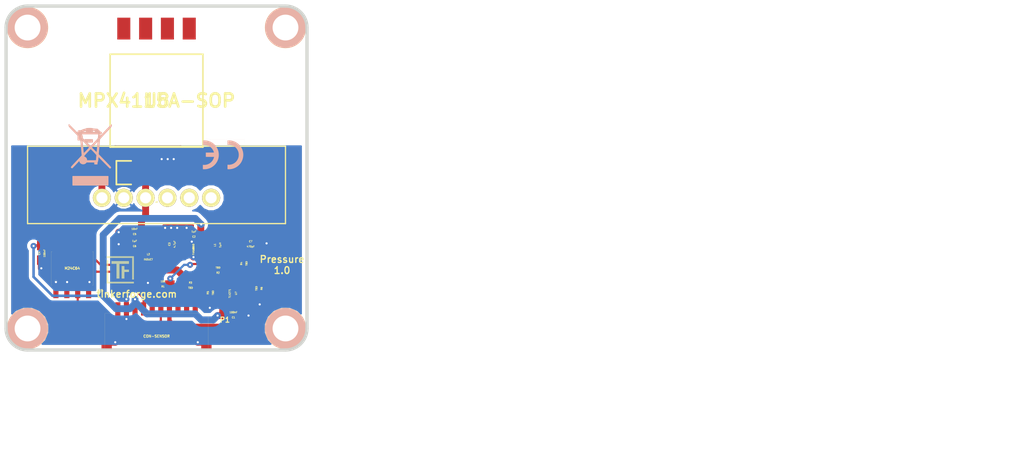
<source format=kicad_pcb>
(kicad_pcb (version 4) (host pcbnew "(2015-03-18 BZR 5525)-product")
  (title_block (title "RGB LED Bricklet") (date "Mi 18 Nov 2015") (rev 1.0) (company "Tinkerforge GmbH") (comment 1 "Licensed under CERN OHL v.1.1") (comment 2 "Copyright (©) 2015, B.Nordmeyer <bastian@tinkerforge.com>"))
  (layers (0 Vorderseite signal) (31 Rückseite signal hide) (34 B.Paste user) (35 F.Paste user) (36 B.SilkS user) (37 F.SilkS user) (38 B.Mask user) (39 F.Mask user) (44 Edge.Cuts user))
  (net 0 "")
  (net 1 GND)
  (net 2 SCL)
  (net 3 SDA)
  (net 4 "Net-(P1-Pad6)")
  (net 5 "Net-(P1-Pad7)")
  (net 6 3V3)
  (net 7 +5V)
  (net 8 "Net-(C5-Pad2)")
  (net 9 "Net-(C7-Pad2)")
  (net 10 "Net-(L1-Pad2)")
  (net 11 "Net-(P1-Pad8)")
  (net 12 "Net-(R2-Pad1)")
  (net 13 "Net-(R4-Pad2)")
  (module kicad-libraries:0603E (layer Vorderseite) (at 191 145.5)
    (fp_text reference C1 (at 0.05 0.225) (layer F.SilkS) (effects (font (size 0.2 0.2) (thickness 0.05))))
    (fp_text value 100nF (at 0.05 -0.375) (layer F.SilkS) (effects (font (size 0.2 0.2) (thickness 0.05))))
    (pad 1 smd rect (at -0.8501 0) (size 1.1 1) (layers Vorderseite F.Paste F.Mask) (net 6 3V3))
    (pad 2 smd rect (at 0.8501 0) (size 1.1 1) (layers Vorderseite F.Paste F.Mask) (net 1 GND))
  )
  (module kicad-libraries:0603E (layer Vorderseite) (at 186.4 136.1)
    (fp_text reference C2 (at 0.05 0.225) (layer F.SilkS) (effects (font (size 0.2 0.2) (thickness 0.05))))
    (fp_text value 1µF (at 0.05 -0.375) (layer F.SilkS) (effects (font (size 0.2 0.2) (thickness 0.05))))
    (pad 1 smd rect (at -0.8501 0) (size 1.1 1) (layers Vorderseite F.Paste F.Mask) (net 1 GND))
    (pad 2 smd rect (at 0.8501 0) (size 1.1 1) (layers Vorderseite F.Paste F.Mask) (net 6 3V3))
  )
  (module kicad-libraries:0603E (layer Vorderseite) (at 168.7 138.2 270)
    (fp_text reference C4 (at 0.05 0.225 270) (layer F.SilkS) (effects (font (size 0.2 0.2) (thickness 0.05))))
    (fp_text value 100nF (at 0.05 -0.375 270) (layer F.SilkS) (effects (font (size 0.2 0.2) (thickness 0.05))))
    (pad 1 smd rect (at -0.8501 0 270) (size 1.1 1) (layers Vorderseite F.Paste F.Mask) (net 6 3V3))
    (pad 2 smd rect (at 0.8501 0 270) (size 1.1 1) (layers Vorderseite F.Paste F.Mask) (net 1 GND))
  )
  (module kicad-libraries:CON-SENSOR (layer Vorderseite) (at 182.1 149.5)
    (fp_text reference P1 (at 7.9502 -3.50012) (layer F.SilkS) (effects (font (size 0.59944 0.59944) (thickness 0.12446))))
    (fp_text value CON-SENSOR (at 0 -1.6002) (layer F.SilkS) (effects (font (size 0.29972 0.29972) (thickness 0.07112))))
    (pad 1 smd rect (at -4.50088 -4.7752) (size 0.59944 1.5494) (layers Vorderseite F.Paste F.Mask))
    (pad 2 smd rect (at -3.50012 -4.7752) (size 0.59944 1.5494) (layers Vorderseite F.Paste F.Mask) (net 1 GND))
    (pad 3 smd rect (at -2.49936 -4.7752) (size 0.59944 1.5494) (layers Vorderseite F.Paste F.Mask) (net 6 3V3))
    (pad 4 smd rect (at -1.50114 -4.7752) (size 0.59944 1.5494) (layers Vorderseite F.Paste F.Mask) (net 2 SCL))
    (pad 5 smd rect (at -0.50038 -4.7752) (size 0.59944 1.5494) (layers Vorderseite F.Paste F.Mask) (net 3 SDA))
    (pad 6 smd rect (at 0.50038 -4.7752) (size 0.59944 1.5494) (layers Vorderseite F.Paste F.Mask) (net 4 "Net-(P1-Pad6)"))
    (pad 7 smd rect (at 1.50114 -4.7752) (size 0.59944 1.5494) (layers Vorderseite F.Paste F.Mask) (net 5 "Net-(P1-Pad7)"))
    (pad 8 smd rect (at 2.49936 -4.7752) (size 0.59944 1.5494) (layers Vorderseite F.Paste F.Mask) (net 11 "Net-(P1-Pad8)"))
    (pad 9 smd rect (at 3.50012 -4.7752) (size 0.59944 1.5494) (layers Vorderseite F.Paste F.Mask))
    (pad 10 smd rect (at 4.50088 -4.7752) (size 0.59944 1.5494) (layers Vorderseite F.Paste F.Mask))
    (pad EP smd rect (at -5.79882 -0.89916) (size 1.19888 1.80086) (layers Vorderseite F.Paste F.Mask) (net 1 GND))
    (pad EP smd rect (at 5.79882 -0.89916) (size 1.19888 1.80086) (layers Vorderseite F.Paste F.Mask) (net 1 GND))
  )
  (module kicad-libraries:0603E (layer Vorderseite) (at 182.8 141.9)
    (fp_text reference R1 (at 0.05 0.225) (layer F.SilkS) (effects (font (size 0.2 0.2) (thickness 0.05))))
    (fp_text value 10k (at 0.05 -0.375) (layer F.SilkS) (effects (font (size 0.2 0.2) (thickness 0.05))))
    (pad 1 smd rect (at -0.8501 0) (size 1.1 1) (layers Vorderseite F.Paste F.Mask) (net 1 GND))
    (pad 2 smd rect (at 0.8501 0) (size 1.1 1) (layers Vorderseite F.Paste F.Mask) (net 11 "Net-(P1-Pad8)"))
  )
  (module kicad-libraries:0603E (layer Vorderseite) (at 189.2 140.3)
    (fp_text reference R2 (at 0.05 0.225) (layer F.SilkS) (effects (font (size 0.2 0.2) (thickness 0.05))))
    (fp_text value TBD (at 0.05 -0.375) (layer F.SilkS) (effects (font (size 0.2 0.2) (thickness 0.05))))
    (pad 1 smd rect (at -0.8501 0) (size 1.1 1) (layers Vorderseite F.Paste F.Mask) (net 12 "Net-(R2-Pad1)"))
    (pad 2 smd rect (at 0.8501 0) (size 1.1 1) (layers Vorderseite F.Paste F.Mask) (net 5 "Net-(P1-Pad7)"))
  )
  (module kicad-libraries:SOIC8 (layer Vorderseite) (at 172.3 140)
    (fp_text reference U1 (at 3.29946 2.60096) (layer F.SilkS) (effects (font (size 0.29972 0.29972) (thickness 0.0762))))
    (fp_text value M24C64 (at 0 0) (layer F.SilkS) (effects (font (size 0.29972 0.29972) (thickness 0.0762))))
    (pad 1 smd rect (at -1.90246 2.69748 180) (size 0.59944 1.5494) (layers Vorderseite F.Paste F.Mask) (net 1 GND))
    (pad 2 smd rect (at -0.63246 2.69748 180) (size 0.59944 1.5494) (layers Vorderseite F.Paste F.Mask) (net 1 GND))
    (pad 3 smd rect (at 0.63246 2.69748 180) (size 0.59944 1.5494) (layers Vorderseite F.Paste F.Mask) (net 4 "Net-(P1-Pad6)"))
    (pad 4 smd rect (at 1.90246 2.69748 180) (size 0.59944 1.5494) (layers Vorderseite F.Paste F.Mask) (net 1 GND))
    (pad 5 smd rect (at 1.90246 -2.69748) (size 0.59944 1.5494) (layers Vorderseite F.Paste F.Mask) (net 3 SDA))
    (pad 6 smd rect (at 0.63246 -2.69748) (size 0.59944 1.5494) (layers Vorderseite F.Paste F.Mask) (net 2 SCL))
    (pad 7 smd rect (at -0.63246 -2.69748) (size 0.59944 1.5494) (layers Vorderseite F.Paste F.Mask))
    (pad 8 smd rect (at -1.90246 -2.69748) (size 0.59944 1.5494) (layers Vorderseite F.Paste F.Mask) (net 6 3V3))
  )
  (module kicad-libraries:DRILL_NP (layer Vorderseite) (at 167.1 112 270)
    (fp_text reference U2 hide)
    (fp_text value DRILL hide)
    (pad "" np_thru_hole circle (at 0 0 270) (size 2.99974 2.99974) (drill 2.99974) (layers *.Cu *.Mask F.SilkS) (clearance 0.89916))
  )
  (module kicad-libraries:DRILL_NP (layer Vorderseite) (at 197.1 147 90)
    (fp_text reference U3 hide)
    (fp_text value DRILL hide)
    (pad "" np_thru_hole circle (at 0 0 90) (size 2.99974 2.99974) (drill 2.99974) (layers *.Cu *.Mask F.SilkS) (clearance 0.89916))
  )
  (module kicad-libraries:DRILL_NP (layer Vorderseite) (at 167.1 147 90)
    (fp_text reference U4 hide)
    (fp_text value DRILL hide)
    (pad "" np_thru_hole circle (at 0 0 90) (size 2.99974 2.99974) (drill 2.99974) (layers *.Cu *.Mask F.SilkS) (clearance 0.89916))
  )
  (module kicad-libraries:DRILL_NP (layer Vorderseite) (at 197.1 112)
    (fp_text reference U5 hide)
    (fp_text value DRILL hide)
    (pad "" np_thru_hole circle (at 0 0) (size 2.99974 2.99974) (drill 2.99974) (layers *.Cu *.Mask F.SilkS) (clearance 0.89916))
  )
  (module kicad-libraries:0603E (layer Vorderseite) (at 186.1 141.9 180)
    (fp_text reference R3 (at 0.05 0.225 180) (layer F.SilkS) (effects (font (size 0.2 0.2) (thickness 0.05))))
    (fp_text value TBD (at 0.05 -0.375 180) (layer F.SilkS) (effects (font (size 0.2 0.2) (thickness 0.05))))
    (pad 1 smd rect (at -0.8501 0 180) (size 1.1 1) (layers Vorderseite F.Paste F.Mask) (net 12 "Net-(R2-Pad1)"))
    (pad 2 smd rect (at 0.8501 0 180) (size 1.1 1) (layers Vorderseite F.Paste F.Mask) (net 7 +5V))
  )
  (module kicad-libraries:Logo_31x31 (layer Vorderseite) (at 176.3 138.6)
    (fp_text reference G*** hide)
    (fp_text value Logo_31x31 hide)
  )
  (module kicad-libraries:WEEE_7mm (layer Rückseite) (at 174.4 126.8 180)
    (fp_text reference G*** hide)
    (fp_text value LOGO hide)
  )
  (module kicad-libraries:CE_5mm (layer Rückseite) (at 189.8 126.8 180)
    (fp_text reference VAL hide)
    (fp_text value CE_5mm hide)
  )
  (module kicad-libraries:0805E (layer Vorderseite) (at 183.8 137.2 270)
    (fp_text reference C3 (at 0 0.2 270) (layer F.SilkS) (effects (font (size 0.2 0.2) (thickness 0.05))))
    (fp_text value 4.7µF (at 0 -0.4 270) (layer F.SilkS) (effects (font (size 0.2 0.2) (thickness 0.05))))
    (pad 1 smd rect (at -0.95 0 270) (size 1.3 1.5) (layers Vorderseite F.Paste F.Mask) (net 1 GND))
    (pad 2 smd rect (at 0.95 0 270) (size 1.3 1.5) (layers Vorderseite F.Paste F.Mask) (net 7 +5V))
  )
  (module kicad-libraries:0603E (layer Vorderseite) (at 179.5 135.8)
    (fp_text reference C5 (at 0.05 0.225) (layer F.SilkS) (effects (font (size 0.2 0.2) (thickness 0.05))))
    (fp_text value 10nF (at 0.05 -0.375) (layer F.SilkS) (effects (font (size 0.2 0.2) (thickness 0.05))))
    (pad 1 smd rect (at -0.8501 0) (size 1.1 1) (layers Vorderseite F.Paste F.Mask) (net 1 GND))
    (pad 2 smd rect (at 0.8501 0) (size 1.1 1) (layers Vorderseite F.Paste F.Mask) (net 8 "Net-(C5-Pad2)"))
  )
  (module kicad-libraries:0603E (layer Vorderseite) (at 179.5 137.2)
    (fp_text reference C6 (at 0.05 0.225) (layer F.SilkS) (effects (font (size 0.2 0.2) (thickness 0.05))))
    (fp_text value 1µF (at 0.05 -0.375) (layer F.SilkS) (effects (font (size 0.2 0.2) (thickness 0.05))))
    (pad 1 smd rect (at -0.8501 0) (size 1.1 1) (layers Vorderseite F.Paste F.Mask) (net 1 GND))
    (pad 2 smd rect (at 0.8501 0) (size 1.1 1) (layers Vorderseite F.Paste F.Mask) (net 8 "Net-(C5-Pad2)"))
  )
  (module kicad-libraries:0603E (layer Vorderseite) (at 193.1 137.1 180)
    (fp_text reference C7 (at 0.05 0.225 180) (layer F.SilkS) (effects (font (size 0.2 0.2) (thickness 0.05))))
    (fp_text value 470pF (at 0.05 -0.375 180) (layer F.SilkS) (effects (font (size 0.2 0.2) (thickness 0.05))))
    (pad 1 smd rect (at -0.8501 0 180) (size 1.1 1) (layers Vorderseite F.Paste F.Mask) (net 1 GND))
    (pad 2 smd rect (at 0.8501 0 180) (size 1.1 1) (layers Vorderseite F.Paste F.Mask) (net 9 "Net-(C7-Pad2)"))
  )
  (module kicad-libraries:0805E (layer Vorderseite) (at 189.1 137.3 270)
    (fp_text reference L1 (at 0 0.2 270) (layer F.SilkS) (effects (font (size 0.2 0.2) (thickness 0.05))))
    (fp_text value 1µH (at 0 -0.4 270) (layer F.SilkS) (effects (font (size 0.2 0.2) (thickness 0.05))))
    (pad 1 smd rect (at -0.95 0 270) (size 1.3 1.5) (layers Vorderseite F.Paste F.Mask) (net 6 3V3) (clearance 0.14986))
    (pad 2 smd rect (at 0.95 0 270) (size 1.3 1.5) (layers Vorderseite F.Paste F.Mask) (net 10 "Net-(L1-Pad2)") (clearance 0.14986))
  )
  (module kicad-libraries:0603E (layer Vorderseite) (at 181.2 138.6 180)
    (fp_text reference L2 (at 0.05 0.225 180) (layer F.SilkS) (effects (font (size 0.2 0.2) (thickness 0.05))))
    (fp_text value INDUCT (at 0.05 -0.375 180) (layer F.SilkS) (effects (font (size 0.2 0.2) (thickness 0.05))))
    (pad 1 smd rect (at -0.8501 0 180) (size 1.1 1) (layers Vorderseite F.Paste F.Mask) (net 7 +5V))
    (pad 2 smd rect (at 0.8501 0 180) (size 1.1 1) (layers Vorderseite F.Paste F.Mask) (net 8 "Net-(C5-Pad2)"))
  )
  (module kicad-libraries:0603E (layer Vorderseite) (at 192.2 139.4 270)
    (fp_text reference R4 (at 0.05 0.225 270) (layer F.SilkS) (effects (font (size 0.2 0.2) (thickness 0.05))))
    (fp_text value TBD (at 0.05 -0.375 270) (layer F.SilkS) (effects (font (size 0.2 0.2) (thickness 0.05))))
    (pad 1 smd rect (at -0.8501 0 270) (size 1.1 1) (layers Vorderseite F.Paste F.Mask) (net 9 "Net-(C7-Pad2)"))
    (pad 2 smd rect (at 0.8501 0 270) (size 1.1 1) (layers Vorderseite F.Paste F.Mask) (net 13 "Net-(R4-Pad2)"))
  )
  (module kicad-libraries:0603E (layer Vorderseite) (at 188.3 142.8 270)
    (fp_text reference R5 (at 0.05 0.225 270) (layer F.SilkS) (effects (font (size 0.2 0.2) (thickness 0.05))))
    (fp_text value TBD (at 0.05 -0.375 270) (layer F.SilkS) (effects (font (size 0.2 0.2) (thickness 0.05))))
    (pad 1 smd rect (at -0.8501 0 270) (size 1.1 1) (layers Vorderseite F.Paste F.Mask) (net 12 "Net-(R2-Pad1)"))
    (pad 2 smd rect (at 0.8501 0 270) (size 1.1 1) (layers Vorderseite F.Paste F.Mask) (net 1 GND))
  )
  (module kicad-libraries:0603E (layer Vorderseite) (at 194.1 142.4 90)
    (fp_text reference R6 (at 0.05 0.225 90) (layer F.SilkS) (effects (font (size 0.2 0.2) (thickness 0.05))))
    (fp_text value TBD (at 0.05 -0.375 90) (layer F.SilkS) (effects (font (size 0.2 0.2) (thickness 0.05))))
    (pad 1 smd rect (at -0.8501 0 90) (size 1.1 1) (layers Vorderseite F.Paste F.Mask) (net 1 GND))
    (pad 2 smd rect (at 0.8501 0 90) (size 1.1 1) (layers Vorderseite F.Paste F.Mask) (net 13 "Net-(R4-Pad2)"))
  )
  (module kicad-libraries:UMLP_22 (layer Vorderseite) (at 186.4 137.8 90)
    (fp_text reference U6 (at 0 0 90) (layer F.SilkS) (effects (font (size 0.2 0.2) (thickness 0.05))))
    (fp_text value FAN4860 (at 0 0 90) (layer F.SilkS) (effects (font (size 0.2 0.2) (thickness 0.05))))
    (pad 3 smd rect (at -0.65 -1.05 90) (size 0.25 0.8) (layers Vorderseite F.Paste F.Mask) (net 7 +5V))
    (pad 2 smd rect (at 0 -1.05 90) (size 0.25 0.8) (layers Vorderseite F.Paste F.Mask) (net 7 +5V))
    (pad 1 smd rect (at 0.65 -1.05 90) (size 0.25 0.8) (layers Vorderseite F.Paste F.Mask) (net 1 GND))
    (pad 4 smd rect (at -0.65 1.05 90) (size 0.25 0.8) (layers Vorderseite F.Paste F.Mask) (net 11 "Net-(P1-Pad8)"))
    (pad 5 smd rect (at 0 1.05 90) (size 0.25 0.8) (layers Vorderseite F.Paste F.Mask) (net 10 "Net-(L1-Pad2)"))
    (pad 6 smd rect (at 0.65 1.05 90) (size 0.25 0.8) (layers Vorderseite F.Paste F.Mask) (net 6 3V3))
    (pad EP smd rect (at 0 0 90) (size 1.45 0.8) (layers Vorderseite F.Paste F.Mask) (net 1 GND))
  )
  (module kicad-libraries:SOT23-5 (layer Vorderseite) (at 191 142.9 90)
    (fp_text reference U7 (at 0 0.35052 90) (layer F.SilkS) (effects (font (size 0.2 0.2) (thickness 0.05))))
    (fp_text value TLV271 (at -0.03 -0.38 90) (layer F.SilkS) (effects (font (size 0.2 0.2) (thickness 0.05))))
    (pad 1 smd rect (at -0.94996 1.19888 90) (size 0.50038 0.8001) (layers Vorderseite F.Paste F.Mask) (net 5 "Net-(P1-Pad7)"))
    (pad 2 smd rect (at 0 1.19888 90) (size 0.50038 0.8001) (layers Vorderseite F.Paste F.Mask) (net 1 GND))
    (pad 3 smd rect (at 0.94996 1.19888 90) (size 0.50038 0.8001) (layers Vorderseite F.Paste F.Mask) (net 13 "Net-(R4-Pad2)"))
    (pad 5 smd rect (at -0.94996 -1.19888 90) (size 0.50038 0.8001) (layers Vorderseite F.Paste F.Mask) (net 6 3V3))
    (pad 4 smd rect (at 0.94996 -1.19888 90) (size 0.50038 0.8001) (layers Vorderseite F.Paste F.Mask) (net 12 "Net-(R2-Pad1)"))
  )
  (module kicad-libraries:SOP8 (layer Vorderseite) (at 182.1 120.5)
    (fp_text reference U8 (at 0 0) (layer F.SilkS) (effects (font (thickness 0.3048))))
    (fp_text value MPX4115A-SOP (at 0 0) (layer F.SilkS) (effects (font (thickness 0.3048))))
    (pad 1 smd rect (at -3.80746 8.37946 180) (size 1.51892 2.53746) (layers Vorderseite F.Paste F.Mask))
    (pad 2 smd rect (at -1.26746 8.37946 180) (size 1.51892 2.53746) (layers Vorderseite F.Paste F.Mask) (net 8 "Net-(C5-Pad2)"))
    (pad 3 smd rect (at 1.26746 8.37946 180) (size 1.51892 2.53746) (layers Vorderseite F.Paste F.Mask) (net 1 GND))
    (pad 4 smd rect (at 3.80746 8.37946 180) (size 1.51892 2.53746) (layers Vorderseite F.Paste F.Mask) (net 9 "Net-(C7-Pad2)"))
    (pad 5 smd rect (at 3.80746 -8.37946) (size 1.51892 2.53746) (layers Vorderseite F.Paste F.Mask))
    (pad 6 smd rect (at 1.26746 -8.37946) (size 1.51892 2.53746) (layers Vorderseite F.Paste F.Mask))
    (pad 7 smd rect (at -1.26746 -8.37946) (size 1.51892 2.53746) (layers Vorderseite F.Paste F.Mask))
    (pad 8 smd rect (at -3.80746 -8.37946) (size 1.51892 2.53746) (layers Vorderseite F.Paste F.Mask))
  )
  (module kicad-libraries:MPX_UNI (layer Vorderseite) (at 182.1 131.8)
    (fp_text reference U9 (at 0 0.5) (layer F.SilkS) (effects (font (size 0.15 0.15) (thickness 0.0375))))
    (fp_text value MPX_UNI)
    (pad 1 thru_hole circle (at -6.35 0) (size 2.1 2.1) (drill 1.3) (layers *.Cu *.Mask F.SilkS) (net 9 "Net-(C7-Pad2)"))
    (pad 2 thru_hole circle (at -3.81 0) (size 2.1 2.1) (drill 1.3) (layers *.Cu *.Mask F.SilkS) (net 1 GND))
    (pad 3 thru_hole circle (at -1.27 0) (size 2.1 2.1) (drill 1.3) (layers *.Cu *.Mask F.SilkS) (net 8 "Net-(C5-Pad2)"))
    (pad 4 thru_hole circle (at 1.27 0) (size 2.1 2.1) (drill 1.3) (layers *.Cu *.Mask F.SilkS))
    (pad 5 thru_hole circle (at 3.81 0) (size 2.1 2.1) (drill 1.3) (layers *.Cu *.Mask F.SilkS))
    (pad 6 thru_hole circle (at 6.35 0) (size 2.1 2.1) (drill 1.3) (layers *.Cu *.Mask F.SilkS))
  )
  (gr_line (start 167.1 149.5) (end 197.1 149.5) (angle 90) (layer Edge.Cuts) (width 0.381))
  (gr_line (start 164.6 112) (end 164.6 147) (angle 90) (layer Edge.Cuts) (width 0.381))
  (gr_line (start 197.1 109.5) (end 167.1 109.5) (angle 90) (layer Edge.Cuts) (width 0.381))
  (gr_line (start 199.6 147) (end 199.6 112) (angle 90) (layer Edge.Cuts) (width 0.381))
  (gr_arc (start 197.1 147) (end 199.6 147) (angle 90) (layer Edge.Cuts) (width 0.381))
  (gr_arc (start 167.1 147) (end 167.1 149.5) (angle 90) (layer Edge.Cuts) (width 0.381))
  (gr_arc (start 197.1 112) (end 197.1 109.5) (angle 90) (layer Edge.Cuts) (width 0.381))
  (gr_arc (start 167.1 112) (end 164.6 112) (angle 90) (layer Edge.Cuts) (width 0.381))
  (gr_text tinkerforge.com (at 179.8 143) (layer F.SilkS) (effects (font (size 0.8001 0.8001) (thickness 0.14986))))
  (gr_text "Pressure\n1.0" (at 196.7 139.6) (layer F.SilkS) (effects (font (size 0.8001 0.8001) (thickness 0.14986))))
  (segment (start 187.89882 148.60084) (end 186.90084 148.60084) (width 0.8001) (layer Vorderseite) (net 1))
  (via (at 186.9 148.6) (size 0.70104) (layers Vorderseite Rückseite) (net 1))
  (segment (start 186.90084 148.60084) (end 186.9 148.6) (width 0.8001) (layer Vorderseite) (net 1))
  (segment (start 176.30118 148.60084) (end 177.29916 148.60084) (width 0.8001) (layer Vorderseite) (net 1))
  (via (at 177.3 148.6) (size 0.70104) (layers Vorderseite Rückseite) (net 1))
  (segment (start 177.29916 148.60084) (end 177.3 148.6) (width 0.8001) (layer Vorderseite) (net 1))
  (segment (start 186.4 137.8) (end 186.4 137.1) (width 0.8001) (layer Vorderseite) (net 1))
  (segment (start 186.4 137.1) (end 186.2 136.9) (width 0.8001) (layer Vorderseite) (net 1))
  (via (at 186.2 136.9) (size 0.70104) (layers Vorderseite Rückseite) (net 1))
  (segment (start 186.4 137.8) (end 186.4 138.7) (width 0.8001) (layer Vorderseite) (net 1))
  (via (at 186.4 138.7) (size 0.70104) (layers Vorderseite Rückseite) (net 1))
  (segment (start 185.5499 136.1) (end 185.5499 135.3501) (width 0.8001) (layer Vorderseite) (net 1))
  (via (at 185.6 135.3) (size 0.70104) (layers Vorderseite Rückseite) (net 1))
  (segment (start 185.5499 135.3501) (end 185.6 135.3) (width 0.8001) (layer Vorderseite) (net 1))
  (segment (start 183.8 135.3) (end 183.1 135.3) (width 0.8001) (layer Vorderseite) (net 1))
  (via (at 183.8 135.3) (size 0.70104) (layers Vorderseite Rückseite) (net 1))
  (via (at 183.1 135.3) (size 0.70104) (layers Vorderseite Rückseite) (net 1))
  (segment (start 183.1 135.3) (end 183.8 136) (width 0.8001) (layer Vorderseite) (net 1))
  (segment (start 183.8 136.25) (end 183.8 136) (width 0.8001) (layer Vorderseite) (net 1))
  (segment (start 184.5 135.3) (end 183.8 135.3) (width 0.8001) (layer Vorderseite) (net 1))
  (segment (start 183.8 135.3) (end 183.8 136.25) (width 0.8001) (layer Vorderseite) (net 1))
  (via (at 184.5 135.3) (size 0.70104) (layers Vorderseite Rückseite) (net 1))
  (segment (start 181.9499 141.9) (end 181.3 141.9) (width 0.8001) (layer Vorderseite) (net 1))
  (via (at 181.1 141.7) (size 0.70104) (layers Vorderseite Rückseite) (net 1))
  (segment (start 181.3 141.9) (end 181.1 141.7) (width 0.8001) (layer Vorderseite) (net 1))
  (segment (start 168.7 139.0501) (end 168.7 140) (width 0.8001) (layer Vorderseite) (net 1))
  (via (at 168.7 140) (size 0.70104) (layers Vorderseite Rückseite) (net 1))
  (segment (start 174.20246 142.69748) (end 174.20246 141.69754) (width 0.5) (layer Vorderseite) (net 1))
  (via (at 174.3 141.6) (size 0.70104) (layers Vorderseite Rückseite) (net 1))
  (segment (start 174.20246 141.69754) (end 174.3 141.6) (width 0.5) (layer Vorderseite) (net 1))
  (segment (start 171.66754 142.69748) (end 171.66754 141.63246) (width 0.5) (layer Vorderseite) (net 1))
  (via (at 171.7 141.6) (size 0.70104) (layers Vorderseite Rückseite) (net 1))
  (segment (start 171.66754 141.63246) (end 171.7 141.6) (width 0.5) (layer Vorderseite) (net 1))
  (segment (start 170.39754 142.69748) (end 170.39754 141.60246) (width 0.5) (layer Vorderseite) (net 1))
  (via (at 170.4 141.6) (size 0.70104) (layers Vorderseite Rückseite) (net 1))
  (segment (start 170.39754 141.60246) (end 170.4 141.6) (width 0.5) (layer Vorderseite) (net 1))
  (segment (start 178.59988 144.7248) (end 178.59988 143.60012) (width 0.5) (layer Vorderseite) (net 1))
  (via (at 178.6 143.6) (size 0.70104) (layers Vorderseite Rückseite) (net 1))
  (segment (start 178.59988 143.60012) (end 178.6 143.6) (width 0.5) (layer Vorderseite) (net 1))
  (segment (start 178.59988 144.7248) (end 178.59988 145.89988) (width 0.5) (layer Vorderseite) (net 1))
  (via (at 178.6 145.9) (size 0.70104) (layers Vorderseite Rückseite) (net 1))
  (segment (start 178.59988 145.89988) (end 178.6 145.9) (width 0.5) (layer Vorderseite) (net 1))
  (segment (start 193.2 142.9) (end 193 142.9) (width 0.8001) (layer Vorderseite) (net 1))
  (segment (start 178.6499 137.2) (end 177.7 137.2) (width 0.8001) (layer Vorderseite) (net 1))
  (via (at 177.7 137.2) (size 0.70104) (layers Vorderseite Rückseite) (net 1))
  (segment (start 178.6499 135.8) (end 177.7 135.8) (width 0.8001) (layer Vorderseite) (net 1))
  (via (at 177.7 135.8) (size 0.70104) (layers Vorderseite Rückseite) (net 1))
  (segment (start 183.4 127.3) (end 182.7 127.3) (width 0.8001) (layer Vorderseite) (net 1))
  (via (at 183.4 127.3) (size 0.70104) (layers Vorderseite Rückseite) (net 1))
  (via (at 182.7 127.3) (size 0.70104) (layers Vorderseite Rückseite) (net 1))
  (segment (start 184.1 127.3) (end 183.4 127.3) (width 0.8001) (layer Vorderseite) (net 1))
  (segment (start 183.36746 127.33254) (end 183.4 127.3) (width 0.8001) (layer Vorderseite) (net 1))
  (segment (start 183.36746 127.33254) (end 183.36746 128.87946) (width 0.8001) (layer Vorderseite) (net 1))
  (via (at 184.1 127.3) (size 0.70104) (layers Vorderseite Rückseite) (net 1))
  (segment (start 193.9501 137.1) (end 194.9 137.1) (width 0.8001) (layer Vorderseite) (net 1))
  (via (at 194.9 137.1) (size 0.70104) (layers Vorderseite Rückseite) (net 1))
  (segment (start 194.1 143.2501) (end 194.1 144.2) (width 0.8001) (layer Vorderseite) (net 1))
  (via (at 194.1 144.2) (size 0.70104) (layers Vorderseite Rückseite) (net 1))
  (segment (start 191.8501 145.5) (end 192.8 145.5) (width 0.8001) (layer Vorderseite) (net 1))
  (via (at 192.8 145.5) (size 0.70104) (layers Vorderseite Rückseite) (net 1))
  (segment (start 188.3 143.6501) (end 188.3 144.6) (width 0.8001) (layer Vorderseite) (net 1))
  (via (at 188.3 144.6) (size 0.70104) (layers Vorderseite Rückseite) (net 1))
  (segment (start 193.2 142.9) (end 193.7499 142.9) (width 0.8001) (layer Vorderseite) (net 1))
  (segment (start 193.7499 142.9) (end 194.1 143.2501) (width 0.8001) (layer Vorderseite) (net 1))
  (segment (start 192.19888 142.9) (end 193 142.9) (width 0.5) (layer Vorderseite) (net 1))
  (segment (start 193 142.9) (end 193.3 142.9) (width 0.5) (layer Vorderseite) (net 1))
  (segment (start 192.19888 142.9) (end 192.8 142.9) (width 0.45) (layer Vorderseite) (net 1))
  (segment (start 180.59886 144.7248) (end 180.59886 143.49886) (width 0.25) (layer Vorderseite) (net 2))
  (segment (start 172.93246 138.23246) (end 172.93246 137.30252) (width 0.25) (layer Vorderseite) (net 2))
  (segment (start 175.1 140.4) (end 172.93246 138.23246) (width 0.25) (layer Vorderseite) (net 2))
  (segment (start 177.5 140.4) (end 175.1 140.4) (width 0.25) (layer Vorderseite) (net 2))
  (segment (start 180.59886 143.49886) (end 177.5 140.4) (width 0.25) (layer Vorderseite) (net 2))
  (segment (start 174.20246 137.30252) (end 174.20246 138.20246) (width 0.25) (layer Vorderseite) (net 3))
  (segment (start 181.59962 143.39962) (end 181.59962 144.7248) (width 0.25) (layer Vorderseite) (net 3))
  (segment (start 177.8 139.6) (end 181.59962 143.39962) (width 0.25) (layer Vorderseite) (net 3))
  (segment (start 175.6 139.6) (end 177.8 139.6) (width 0.25) (layer Vorderseite) (net 3))
  (segment (start 174.20246 138.20246) (end 175.6 139.6) (width 0.25) (layer Vorderseite) (net 3))
  (segment (start 182.60038 144.7248) (end 182.60038 146.09962) (width 0.25) (layer Vorderseite) (net 4))
  (segment (start 172.93246 144.43246) (end 172.93246 142.69748) (width 0.25) (layer Vorderseite) (net 4))
  (segment (start 175.2 146.7) (end 172.93246 144.43246) (width 0.25) (layer Vorderseite) (net 4))
  (segment (start 182 146.7) (end 175.2 146.7) (width 0.25) (layer Vorderseite) (net 4))
  (segment (start 182.60038 146.09962) (end 182 146.7) (width 0.25) (layer Vorderseite) (net 4))
  (segment (start 183.60114 144.7248) (end 183.60114 146.10114) (width 0.5) (layer Vorderseite) (net 5))
  (segment (start 192.64996 143.84996) (end 192.19888 143.84996) (width 0.5) (layer Vorderseite) (net 5))
  (segment (start 193 144.2) (end 192.64996 143.84996) (width 0.5) (layer Vorderseite) (net 5))
  (segment (start 193 144.4) (end 193 144.2) (width 0.5) (layer Vorderseite) (net 5))
  (segment (start 193.9 145.3) (end 193 144.4) (width 0.5) (layer Vorderseite) (net 5))
  (segment (start 193.9 146.1) (end 193.9 145.3) (width 0.5) (layer Vorderseite) (net 5))
  (segment (start 193.3 146.7) (end 193.9 146.1) (width 0.5) (layer Vorderseite) (net 5))
  (segment (start 184.2 146.7) (end 193.3 146.7) (width 0.5) (layer Vorderseite) (net 5))
  (segment (start 183.60114 146.10114) (end 184.2 146.7) (width 0.5) (layer Vorderseite) (net 5))
  (segment (start 192.19888 143.84996) (end 191.54996 143.84996) (width 0.45) (layer Vorderseite) (net 5))
  (segment (start 190.7 140.3) (end 191 140.6) (width 0.8001) (layer Vorderseite) (net 5))
  (segment (start 191 140.6) (end 191 143.3) (width 0.8001) (layer Vorderseite) (net 5))
  (segment (start 191 143.3) (end 191.5 143.8) (width 0.8001) (layer Vorderseite) (net 5))
  (segment (start 190.7 140.3) (end 190.0501 140.3) (width 0.8001) (layer Vorderseite) (net 5))
  (segment (start 191.54996 143.84996) (end 191.5 143.8) (width 0.45) (layer Vorderseite) (net 5))
  (segment (start 179.6 143.9) (end 181 145.3) (width 0.8001) (layer Rückseite) (net 6))
  (via (at 189.2 145.5) (size 0.70104) (layers Vorderseite Rückseite) (net 6))
  (segment (start 189.2 145.5) (end 190.1499 145.5) (width 0.8001) (layer Vorderseite) (net 6))
  (segment (start 188.7 146) (end 189.2 145.5) (width 0.8001) (layer Rückseite) (net 6))
  (segment (start 187.3 146) (end 188.7 146) (width 0.8001) (layer Rückseite) (net 6))
  (segment (start 186.6 145.3) (end 187.3 146) (width 0.8001) (layer Rückseite) (net 6))
  (segment (start 181 145.3) (end 186.6 145.3) (width 0.8001) (layer Rückseite) (net 6))
  (segment (start 168.7 137.3499) (end 170.35016 137.3499) (width 0.29972) (layer Vorderseite) (net 6))
  (segment (start 170.35016 137.3499) (end 170.39754 137.30252) (width 0.29972) (layer Vorderseite) (net 6))
  (segment (start 175.9 143.2) (end 170 143.2) (width 0.29972) (layer Rückseite) (net 6))
  (segment (start 167.8501 137.3499) (end 168.7 137.3499) (width 0.29972) (layer Vorderseite) (net 6))
  (segment (start 167.8 137.4) (end 167.8501 137.3499) (width 0.29972) (layer Vorderseite) (net 6))
  (via (at 167.8 137.4) (size 0.70104) (layers Vorderseite Rückseite) (net 6))
  (segment (start 167.8 141) (end 167.8 137.4) (width 0.29972) (layer Rückseite) (net 6))
  (segment (start 170 143.2) (end 167.8 141) (width 0.29972) (layer Rückseite) (net 6))
  (segment (start 179.6 143.6) (end 179.6 143.9) (width 0.8001) (layer Rückseite) (net 6))
  (segment (start 179.6 143.9) (end 179.6 144.1) (width 0.8001) (layer Rückseite) (net 6))
  (segment (start 179.60064 143.60064) (end 179.6 143.6) (width 0.5) (layer Vorderseite) (net 6))
  (via (at 179.6 143.6) (size 0.70104) (layers Vorderseite Rückseite) (net 6))
  (segment (start 179.60064 144.7248) (end 179.60064 143.60064) (width 0.5) (layer Vorderseite) (net 6))
  (segment (start 187.2501 134.9499) (end 187.3 134.9) (width 0.8001) (layer Vorderseite) (net 6))
  (via (at 187.3 134.9) (size 0.70104) (layers Vorderseite Rückseite) (net 6))
  (segment (start 187.2501 134.9499) (end 187.2501 136.1) (width 0.8001) (layer Vorderseite) (net 6))
  (segment (start 186.6 134.2) (end 187.3 134.9) (width 0.8001) (layer Rückseite) (net 6))
  (segment (start 177.8 134.2) (end 186.6 134.2) (width 0.8001) (layer Rückseite) (net 6))
  (segment (start 175.9 136.1) (end 177.8 134.2) (width 0.8001) (layer Rückseite) (net 6))
  (segment (start 175.9 143.2) (end 175.9 136.1) (width 0.8001) (layer Rückseite) (net 6))
  (segment (start 177.4 144.7) (end 175.9 143.2) (width 0.8001) (layer Rückseite) (net 6))
  (segment (start 179 144.7) (end 177.4 144.7) (width 0.8001) (layer Rückseite) (net 6))
  (segment (start 179.6 144.1) (end 179 144.7) (width 0.8001) (layer Rückseite) (net 6))
  (segment (start 189.80112 144.2) (end 189.80112 145.15122) (width 0.8001) (layer Vorderseite) (net 6))
  (segment (start 189.80112 145.15122) (end 190.1499 145.5) (width 0.8001) (layer Vorderseite) (net 6))
  (segment (start 189.80112 143.84996) (end 189.80112 144.2) (width 0.25) (layer Vorderseite) (net 6))
  (segment (start 189.80112 144.2) (end 189.80112 144.40112) (width 0.25) (layer Vorderseite) (net 6))
  (segment (start 189.80112 144.40112) (end 189.9 144.5) (width 0.25) (layer Vorderseite) (net 6))
  (segment (start 182.0501 138.6) (end 182.0501 139.4501) (width 0.8001) (layer Vorderseite) (net 7))
  (segment (start 185.2499 140.9499) (end 185.2499 141.9) (width 0.8001) (layer Vorderseite) (net 7))
  (segment (start 184.5 140.2) (end 185.2499 140.9499) (width 0.8001) (layer Vorderseite) (net 7))
  (segment (start 182.8 140.2) (end 184.5 140.2) (width 0.8001) (layer Vorderseite) (net 7))
  (segment (start 182.0501 139.4501) (end 182.8 140.2) (width 0.8001) (layer Vorderseite) (net 7))
  (segment (start 182.0501 138.6) (end 182.2 138.6) (width 0.8001) (layer Vorderseite) (net 7))
  (segment (start 182.2 138.6) (end 182.65 138.15) (width 0.8001) (layer Vorderseite) (net 7))
  (segment (start 182.65 138.15) (end 183.8 138.15) (width 0.8001) (layer Vorderseite) (net 7))
  (segment (start 180.3499 138.6) (end 180.3499 137.2002) (width 0.8001) (layer Vorderseite) (net 8))
  (segment (start 180.3499 137.2002) (end 180.3501 137.2) (width 0.8001) (layer Vorderseite) (net 8))
  (segment (start 180.3501 137.2) (end 180.3501 135.8) (width 0.8001) (layer Vorderseite) (net 8))
  (segment (start 180.3501 135.8) (end 180.3501 134.4499) (width 0.8001) (layer Vorderseite) (net 8))
  (segment (start 180.83 133.97) (end 180.83 131.8) (width 0.8001) (layer Vorderseite) (net 8))
  (segment (start 180.3501 134.4499) (end 180.83 133.97) (width 0.8001) (layer Vorderseite) (net 8))
  (segment (start 180.83 131.8) (end 180.83 128.882) (width 0.8001) (layer Vorderseite) (net 8))
  (segment (start 180.83 128.882) (end 180.83254 128.87946) (width 0.8001) (layer Vorderseite) (net 8))
  (segment (start 192.2 138.5499) (end 192.2 137.1499) (width 0.8001) (layer Vorderseite) (net 9))
  (segment (start 192.2 137.1499) (end 192.2499 137.1) (width 0.8001) (layer Vorderseite) (net 9))
  (segment (start 185.90746 128.87946) (end 185.90746 127.10746) (width 0.8001) (layer Vorderseite) (net 9))
  (segment (start 175.75 127.65) (end 175.75 131.8) (width 0.8001) (layer Vorderseite) (net 9))
  (segment (start 177.3 126.1) (end 175.75 127.65) (width 0.8001) (layer Vorderseite) (net 9))
  (segment (start 184.9 126.1) (end 177.3 126.1) (width 0.8001) (layer Vorderseite) (net 9))
  (segment (start 185.90746 127.10746) (end 184.9 126.1) (width 0.8001) (layer Vorderseite) (net 9))
  (segment (start 185.90746 128.87946) (end 189.87946 128.87946) (width 0.8001) (layer Vorderseite) (net 9))
  (segment (start 192.2499 131.2499) (end 192.2499 137.1) (width 0.8001) (layer Vorderseite) (net 9))
  (segment (start 189.87946 128.87946) (end 192.2499 131.2499) (width 0.8001) (layer Vorderseite) (net 9))
  (segment (start 188.65 137.8) (end 188.2 137.8) (width 0.5) (layer Vorderseite) (net 10))
  (segment (start 188.2 137.8) (end 187.45 137.8) (width 0.29972) (layer Vorderseite) (net 10))
  (segment (start 188.65 137.8) (end 189.1 138.25) (width 0.5) (layer Vorderseite) (net 10))
  (segment (start 183.6501 141.9) (end 183.6501 141.2499) (width 0.25) (layer Vorderseite) (net 11))
  (segment (start 187.45 139.15) (end 187.45 138.45) (width 0.25) (layer Vorderseite) (net 11))
  (segment (start 187.1 139.5) (end 187.45 139.15) (width 0.25) (layer Vorderseite) (net 11))
  (segment (start 186.1 139.5) (end 187.1 139.5) (width 0.25) (layer Vorderseite) (net 11))
  (segment (start 186 139.6) (end 186.1 139.5) (width 0.25) (layer Vorderseite) (net 11))
  (via (at 186 139.6) (size 0.70104) (layers Vorderseite Rückseite) (net 11))
  (segment (start 185.3 139.6) (end 186 139.6) (width 0.25) (layer Rückseite) (net 11))
  (segment (start 183.7 141.2) (end 185.3 139.6) (width 0.25) (layer Rückseite) (net 11))
  (via (at 183.7 141.2) (size 0.70104) (layers Vorderseite Rückseite) (net 11))
  (segment (start 183.6501 141.2499) (end 183.7 141.2) (width 0.25) (layer Vorderseite) (net 11))
  (segment (start 184.59936 144.7248) (end 184.59936 143.79936) (width 0.25) (layer Vorderseite) (net 11))
  (segment (start 183.6501 142.8501) (end 183.6501 141.9) (width 0.25) (layer Vorderseite) (net 11))
  (segment (start 184.59936 143.79936) (end 183.6501 142.8501) (width 0.25) (layer Vorderseite) (net 11))
  (segment (start 188.3 141.9499) (end 188.3 140.3499) (width 0.8001) (layer Vorderseite) (net 12))
  (segment (start 188.3 140.3499) (end 188.3499 140.3) (width 0.8001) (layer Vorderseite) (net 12))
  (segment (start 189.15004 141.95004) (end 188.30014 141.95004) (width 0.8001) (layer Vorderseite) (net 12))
  (segment (start 188.30014 141.95004) (end 188.3 141.9499) (width 0.8001) (layer Vorderseite) (net 12))
  (segment (start 189.80112 141.95004) (end 189.15004 141.95004) (width 0.29972) (layer Vorderseite) (net 12))
  (segment (start 189.15004 141.95004) (end 189.1 141.9) (width 0.29972) (layer Vorderseite) (net 12))
  (segment (start 186.9501 141.9) (end 188.2501 141.9) (width 0.8001) (layer Vorderseite) (net 12))
  (segment (start 188.2501 141.9) (end 188.3 141.9499) (width 0.8001) (layer Vorderseite) (net 12))
  (segment (start 192.2 140.2501) (end 192.2 141.94892) (width 0.5) (layer Vorderseite) (net 13))
  (segment (start 192.2 141.94892) (end 192.19888 141.95004) (width 0.5) (layer Vorderseite) (net 13))
  (segment (start 193.15 141.75) (end 193.8999 141.75) (width 0.8001) (layer Vorderseite) (net 13))
  (segment (start 193.8999 141.75) (end 194.1 141.5499) (width 0.8001) (layer Vorderseite) (net 13))
  (segment (start 192.19888 141.95004) (end 192.94996 141.95004) (width 0.5) (layer Vorderseite) (net 13))
  (segment (start 192.94996 141.95004) (end 193.15 141.75) (width 0.5) (layer Vorderseite) (net 13))
  (segment (start 193.15 141.75) (end 193.2 141.7) (width 0.5) (layer Vorderseite) (net 13))
  (zone (net 1) (net_name GND) (layer Rückseite) (connect_pads (clearance 0.4)) (min_thickness 0.2) (fill yes (arc_segments 16) (thermal_gap 0.21) (thermal_bridge_width 0.21))
    (polygon (pts (xy 164.6 125.7) (xy 199.6 125.7) (xy 199.6 149.5) (xy 164.6 149.5)))
  )
  (zone (net 1) (net_name GND) (layer Vorderseite) (connect_pads yes (clearance 0.4)) (min_thickness 0.2) (fill yes (arc_segments 16) (thermal_gap 0.21) (thermal_bridge_width 0.21))
    (polygon (pts (xy 182.8 134.9) (xy 182.8 137.3) (xy 186.5 137.3) (xy 186.5 134.9)))
  )
  (zone (net 7) (net_name +5V) (layer Vorderseite) (connect_pads yes (clearance 0.4)) (min_thickness 0.2) (fill yes (arc_segments 16) (thermal_gap 0.21) (thermal_bridge_width 0.21))
    (polygon (pts (xy 185.8 137.7) (xy 185.8 138.8) (xy 183 138.8) (xy 182.9 137.7)))
  )
  (zone (net 6) (net_name 3V3) (layer Vorderseite) (connect_pads yes (clearance 0.4)) (min_thickness 0.2) (fill yes (arc_segments 16) (thermal_gap 0.21) (thermal_bridge_width 0.21))
    (polygon (pts (xy 187.1 136) (xy 187.1 137.3) (xy 189.9 137.3) (xy 189.9 136)))
  )
  (zone (net 13) (net_name "Net-(R4-Pad2)") (layer Vorderseite) (connect_pads yes (clearance 0.4)) (min_thickness 0.2) (fill yes (arc_segments 16) (thermal_gap 0.21) (thermal_bridge_width 0.21))
    (polygon (pts (xy 191.8 139.9) (xy 191.8 142.2) (xy 194.6 142.2) (xy 194.6 139.9)))
  )
)
</source>
